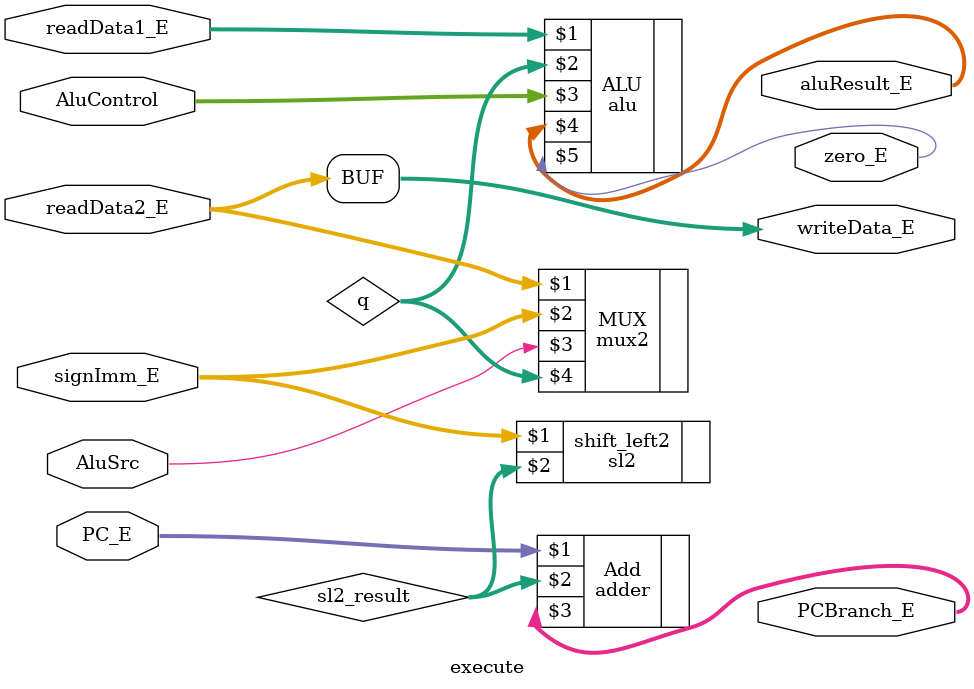
<source format=sv>
module execute
            #(parameter N = 64)
            (input logic AluSrc,
            input logic [3:0] AluControl,
            input logic [N-1:0] PC_E, signImm_E,
            input logic [N-1:0] readData1_E, readData2_E,
            output logic [N-1:0] PCBranch_E, aluResult_E, writeData_E,
            output logic zero_E);

    logic [N-1:0] q, sl2_result;

    mux2 #(N) MUX(readData2_E, signImm_E, AluSrc, q);
    alu ALU(readData1_E, q, AluControl, aluResult_E, zero_E);
    sl2 #(N) shift_left2(signImm_E, sl2_result);
    adder #(N) Add(PC_E, sl2_result, PCBranch_E);
    assign writeData_E = readData2_E;
endmodule
</source>
